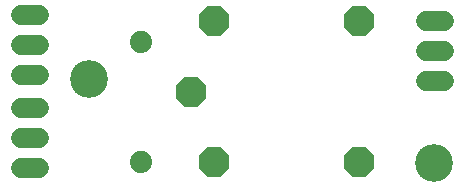
<source format=gbr>
G04 EAGLE Gerber RS-274X export*
G75*
%MOMM*%
%FSLAX34Y34*%
%LPD*%
%INSoldermask Top*%
%IPPOS*%
%AMOC8*
5,1,8,0,0,1.08239X$1,22.5*%
G01*
%ADD10C,3.203200*%
%ADD11C,1.879600*%
%ADD12C,1.727200*%
%ADD13P,2.817678X8X202.500000*%
%ADD14P,2.817678X8X22.500000*%


D10*
X370000Y30000D03*
X77900Y101120D03*
D11*
X121920Y30480D03*
X121920Y132080D03*
D12*
X35560Y154940D02*
X20320Y154940D01*
X20320Y129540D02*
X35560Y129540D01*
X35560Y104140D02*
X20320Y104140D01*
X20320Y25400D02*
X35560Y25400D01*
X35560Y50800D02*
X20320Y50800D01*
X20320Y76200D02*
X35560Y76200D01*
X363220Y149860D02*
X378460Y149860D01*
X378460Y124460D02*
X363220Y124460D01*
X363220Y99060D02*
X378460Y99060D01*
D13*
X183860Y30200D03*
X183860Y150200D03*
D14*
X163860Y90200D03*
X305860Y30200D03*
X305860Y150200D03*
M02*

</source>
